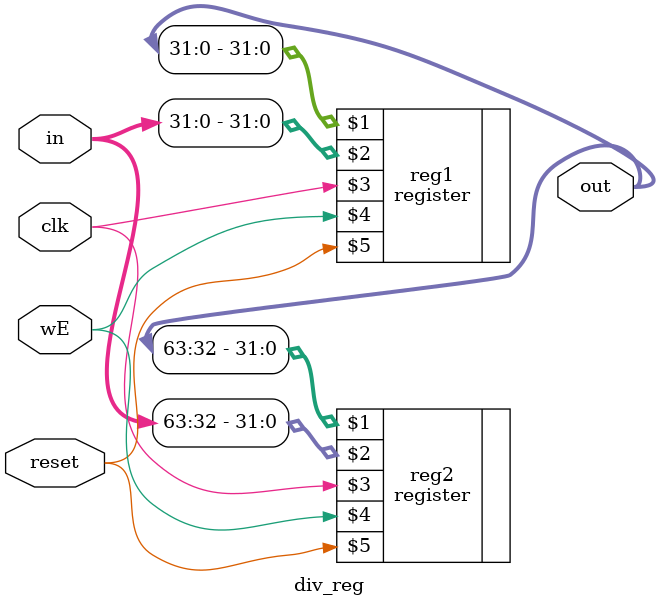
<source format=v>
module div_reg(out, in, clk, wE, reset);
    input clk, wE, reset;
    input[63:0] in;
    output[63:0] out;

    register reg1(out[31:0], in[31:0], clk, wE, reset);
    register reg2(out[63:32], in[63:32], clk, wE, reset);
endmodule
</source>
